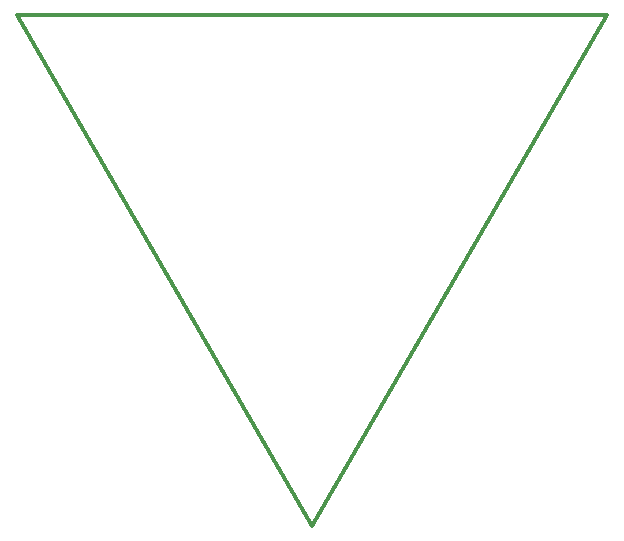
<source format=gko>
G04*
G04 #@! TF.GenerationSoftware,Altium Limited,Altium Designer,20.2.8 (258)*
G04*
G04 Layer_Color=16711935*
%FSLAX25Y25*%
%MOIN*%
G70*
G04*
G04 #@! TF.SameCoordinates,CDCB3E45-2178-442F-9089-F16855EB5547*
G04*
G04*
G04 #@! TF.FilePolarity,Positive*
G04*
G01*
G75*
%ADD15C,0.01200*%
D15*
X-98425Y170477D02*
X98425Y170477D01*
X0Y0D02*
X98425Y170477D01*
X-98425Y170477D02*
X0Y0D01*
M02*

</source>
